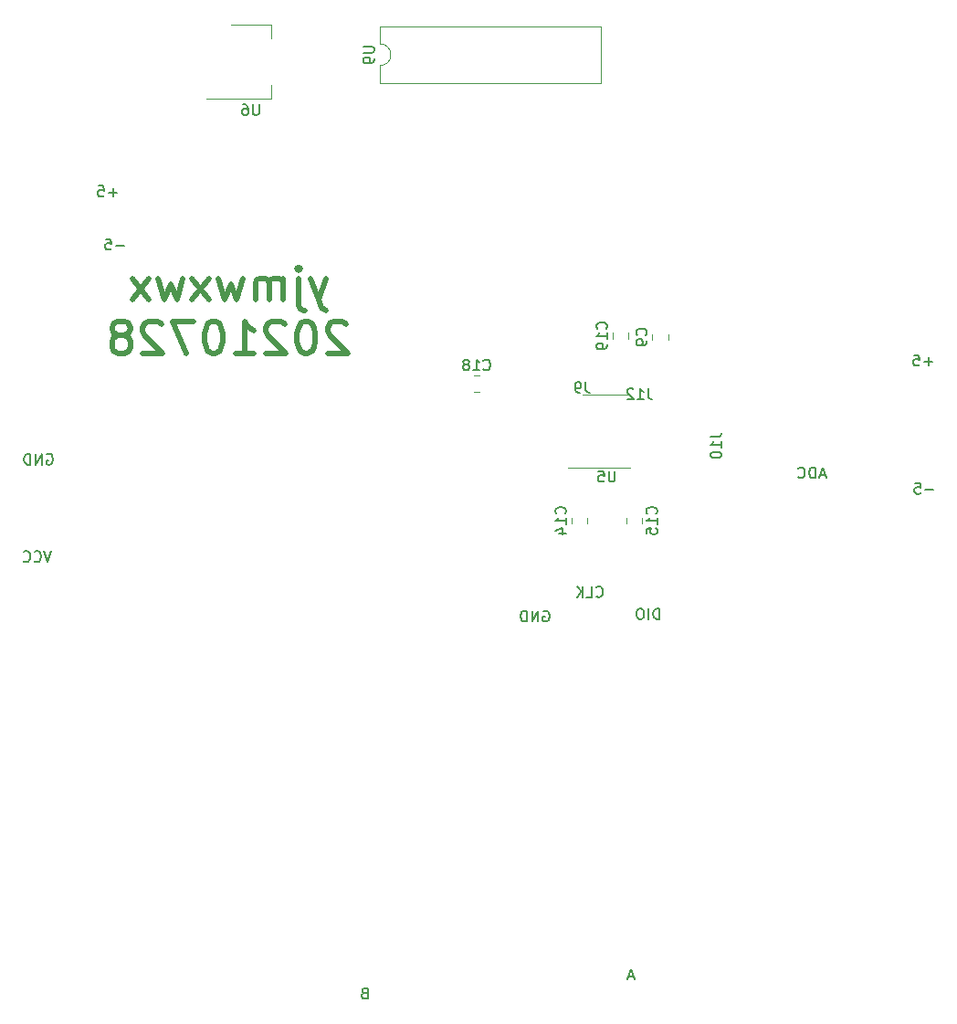
<source format=gbr>
%TF.GenerationSoftware,KiCad,Pcbnew,5.1.8-5.1.8*%
%TF.CreationDate,2021-07-28T16:27:41+08:00*%
%TF.ProjectId,fluxgate,666c7578-6761-4746-952e-6b696361645f,rev?*%
%TF.SameCoordinates,Original*%
%TF.FileFunction,Legend,Bot*%
%TF.FilePolarity,Positive*%
%FSLAX46Y46*%
G04 Gerber Fmt 4.6, Leading zero omitted, Abs format (unit mm)*
G04 Created by KiCad (PCBNEW 5.1.8-5.1.8) date 2021-07-28 16:27:41*
%MOMM*%
%LPD*%
G01*
G04 APERTURE LIST*
%ADD10C,0.150000*%
%ADD11C,0.500000*%
%ADD12C,0.120000*%
G04 APERTURE END LIST*
D10*
X150412295Y-103719926D02*
X149936104Y-103719926D01*
X150507533Y-104005640D02*
X150174200Y-103005640D01*
X149840866Y-104005640D01*
X149507533Y-104005640D02*
X149507533Y-103005640D01*
X149269438Y-103005640D01*
X149126580Y-103053260D01*
X149031342Y-103148498D01*
X148983723Y-103243736D01*
X148936104Y-103434212D01*
X148936104Y-103577069D01*
X148983723Y-103767545D01*
X149031342Y-103862783D01*
X149126580Y-103958021D01*
X149269438Y-104005640D01*
X149507533Y-104005640D01*
X147936104Y-103910402D02*
X147983723Y-103958021D01*
X148126580Y-104005640D01*
X148221819Y-104005640D01*
X148364676Y-103958021D01*
X148459914Y-103862783D01*
X148507533Y-103767545D01*
X148555152Y-103577069D01*
X148555152Y-103434212D01*
X148507533Y-103243736D01*
X148459914Y-103148498D01*
X148364676Y-103053260D01*
X148221819Y-103005640D01*
X148126580Y-103005640D01*
X147983723Y-103053260D01*
X147936104Y-103100879D01*
X160473282Y-105082648D02*
X159711378Y-105082648D01*
X158758997Y-104463600D02*
X159235187Y-104463600D01*
X159282806Y-104939791D01*
X159235187Y-104892172D01*
X159139949Y-104844553D01*
X158901854Y-104844553D01*
X158806616Y-104892172D01*
X158758997Y-104939791D01*
X158711378Y-105035029D01*
X158711378Y-105273124D01*
X158758997Y-105368362D01*
X158806616Y-105415981D01*
X158901854Y-105463600D01*
X159139949Y-105463600D01*
X159235187Y-105415981D01*
X159282806Y-105368362D01*
X160369142Y-93220848D02*
X159607238Y-93220848D01*
X159988190Y-93601800D02*
X159988190Y-92839896D01*
X158654857Y-92601800D02*
X159131047Y-92601800D01*
X159178666Y-93077991D01*
X159131047Y-93030372D01*
X159035809Y-92982753D01*
X158797714Y-92982753D01*
X158702476Y-93030372D01*
X158654857Y-93077991D01*
X158607238Y-93173229D01*
X158607238Y-93411324D01*
X158654857Y-93506562D01*
X158702476Y-93554181D01*
X158797714Y-93601800D01*
X159035809Y-93601800D01*
X159131047Y-93554181D01*
X159178666Y-93506562D01*
X84763502Y-77533808D02*
X84001598Y-77533808D01*
X84382550Y-77914760D02*
X84382550Y-77152856D01*
X83049217Y-76914760D02*
X83525407Y-76914760D01*
X83573026Y-77390951D01*
X83525407Y-77343332D01*
X83430169Y-77295713D01*
X83192074Y-77295713D01*
X83096836Y-77343332D01*
X83049217Y-77390951D01*
X83001598Y-77486189D01*
X83001598Y-77724284D01*
X83049217Y-77819522D01*
X83096836Y-77867141D01*
X83192074Y-77914760D01*
X83430169Y-77914760D01*
X83525407Y-77867141D01*
X83573026Y-77819522D01*
X85444222Y-82458868D02*
X84682318Y-82458868D01*
X83729937Y-81839820D02*
X84206127Y-81839820D01*
X84253746Y-82316011D01*
X84206127Y-82268392D01*
X84110889Y-82220773D01*
X83872794Y-82220773D01*
X83777556Y-82268392D01*
X83729937Y-82316011D01*
X83682318Y-82411249D01*
X83682318Y-82649344D01*
X83729937Y-82744582D01*
X83777556Y-82792201D01*
X83872794Y-82839820D01*
X84110889Y-82839820D01*
X84206127Y-82792201D01*
X84253746Y-82744582D01*
X124294804Y-116345080D02*
X124390042Y-116297460D01*
X124532900Y-116297460D01*
X124675757Y-116345080D01*
X124770995Y-116440318D01*
X124818614Y-116535556D01*
X124866233Y-116726032D01*
X124866233Y-116868889D01*
X124818614Y-117059365D01*
X124770995Y-117154603D01*
X124675757Y-117249841D01*
X124532900Y-117297460D01*
X124437661Y-117297460D01*
X124294804Y-117249841D01*
X124247185Y-117202222D01*
X124247185Y-116868889D01*
X124437661Y-116868889D01*
X123818614Y-117297460D02*
X123818614Y-116297460D01*
X123247185Y-117297460D01*
X123247185Y-116297460D01*
X122770995Y-117297460D02*
X122770995Y-116297460D01*
X122532900Y-116297460D01*
X122390042Y-116345080D01*
X122294804Y-116440318D01*
X122247185Y-116535556D01*
X122199566Y-116726032D01*
X122199566Y-116868889D01*
X122247185Y-117059365D01*
X122294804Y-117154603D01*
X122390042Y-117249841D01*
X122532900Y-117297460D01*
X122770995Y-117297460D01*
X129220838Y-114944162D02*
X129268457Y-114991781D01*
X129411314Y-115039400D01*
X129506552Y-115039400D01*
X129649409Y-114991781D01*
X129744647Y-114896543D01*
X129792266Y-114801305D01*
X129839885Y-114610829D01*
X129839885Y-114467972D01*
X129792266Y-114277496D01*
X129744647Y-114182258D01*
X129649409Y-114087020D01*
X129506552Y-114039400D01*
X129411314Y-114039400D01*
X129268457Y-114087020D01*
X129220838Y-114134639D01*
X128316076Y-115039400D02*
X128792266Y-115039400D01*
X128792266Y-114039400D01*
X127982742Y-115039400D02*
X127982742Y-114039400D01*
X127411314Y-115039400D02*
X127839885Y-114467972D01*
X127411314Y-114039400D02*
X127982742Y-114610829D01*
X135054529Y-117084100D02*
X135054529Y-116084100D01*
X134816434Y-116084100D01*
X134673577Y-116131720D01*
X134578339Y-116226958D01*
X134530720Y-116322196D01*
X134483100Y-116512672D01*
X134483100Y-116655529D01*
X134530720Y-116846005D01*
X134578339Y-116941243D01*
X134673577Y-117036481D01*
X134816434Y-117084100D01*
X135054529Y-117084100D01*
X134054529Y-117084100D02*
X134054529Y-116084100D01*
X133387862Y-116084100D02*
X133197386Y-116084100D01*
X133102148Y-116131720D01*
X133006910Y-116226958D01*
X132959291Y-116417434D01*
X132959291Y-116750767D01*
X133006910Y-116941243D01*
X133102148Y-117036481D01*
X133197386Y-117084100D01*
X133387862Y-117084100D01*
X133483100Y-117036481D01*
X133578339Y-116941243D01*
X133625958Y-116750767D01*
X133625958Y-116417434D01*
X133578339Y-116226958D01*
X133483100Y-116131720D01*
X133387862Y-116084100D01*
X132663535Y-150207006D02*
X132187344Y-150207006D01*
X132758773Y-150492720D02*
X132425440Y-149492720D01*
X132092106Y-150492720D01*
X107695691Y-151746911D02*
X107552834Y-151794530D01*
X107505215Y-151842149D01*
X107457596Y-151937387D01*
X107457596Y-152080244D01*
X107505215Y-152175482D01*
X107552834Y-152223101D01*
X107648072Y-152270720D01*
X108029024Y-152270720D01*
X108029024Y-151270720D01*
X107695691Y-151270720D01*
X107600453Y-151318340D01*
X107552834Y-151365959D01*
X107505215Y-151461197D01*
X107505215Y-151556435D01*
X107552834Y-151651673D01*
X107600453Y-151699292D01*
X107695691Y-151746911D01*
X108029024Y-151746911D01*
X78257304Y-101806120D02*
X78352542Y-101758500D01*
X78495400Y-101758500D01*
X78638257Y-101806120D01*
X78733495Y-101901358D01*
X78781114Y-101996596D01*
X78828733Y-102187072D01*
X78828733Y-102329929D01*
X78781114Y-102520405D01*
X78733495Y-102615643D01*
X78638257Y-102710881D01*
X78495400Y-102758500D01*
X78400161Y-102758500D01*
X78257304Y-102710881D01*
X78209685Y-102663262D01*
X78209685Y-102329929D01*
X78400161Y-102329929D01*
X77781114Y-102758500D02*
X77781114Y-101758500D01*
X77209685Y-102758500D01*
X77209685Y-101758500D01*
X76733495Y-102758500D02*
X76733495Y-101758500D01*
X76495400Y-101758500D01*
X76352542Y-101806120D01*
X76257304Y-101901358D01*
X76209685Y-101996596D01*
X76162066Y-102187072D01*
X76162066Y-102329929D01*
X76209685Y-102520405D01*
X76257304Y-102615643D01*
X76352542Y-102710881D01*
X76495400Y-102758500D01*
X76733495Y-102758500D01*
X78683953Y-110772960D02*
X78350620Y-111772960D01*
X78017286Y-110772960D01*
X77112524Y-111677722D02*
X77160143Y-111725341D01*
X77303000Y-111772960D01*
X77398239Y-111772960D01*
X77541096Y-111725341D01*
X77636334Y-111630103D01*
X77683953Y-111534865D01*
X77731572Y-111344389D01*
X77731572Y-111201532D01*
X77683953Y-111011056D01*
X77636334Y-110915818D01*
X77541096Y-110820580D01*
X77398239Y-110772960D01*
X77303000Y-110772960D01*
X77160143Y-110820580D01*
X77112524Y-110868199D01*
X76112524Y-111677722D02*
X76160143Y-111725341D01*
X76303000Y-111772960D01*
X76398239Y-111772960D01*
X76541096Y-111725341D01*
X76636334Y-111630103D01*
X76683953Y-111534865D01*
X76731572Y-111344389D01*
X76731572Y-111201532D01*
X76683953Y-111011056D01*
X76636334Y-110915818D01*
X76541096Y-110820580D01*
X76398239Y-110772960D01*
X76303000Y-110772960D01*
X76160143Y-110820580D01*
X76112524Y-110868199D01*
D11*
X104170000Y-85477142D02*
X103455714Y-87477142D01*
X102741428Y-85477142D02*
X103455714Y-87477142D01*
X103741428Y-88191428D01*
X103884285Y-88334285D01*
X104170000Y-88477142D01*
X101598571Y-85477142D02*
X101598571Y-88048571D01*
X101741428Y-88334285D01*
X102027142Y-88477142D01*
X102170000Y-88477142D01*
X101598571Y-84477142D02*
X101741428Y-84620000D01*
X101598571Y-84762857D01*
X101455714Y-84620000D01*
X101598571Y-84477142D01*
X101598571Y-84762857D01*
X100170000Y-87477142D02*
X100170000Y-85477142D01*
X100170000Y-85762857D02*
X100027142Y-85620000D01*
X99741428Y-85477142D01*
X99312857Y-85477142D01*
X99027142Y-85620000D01*
X98884285Y-85905714D01*
X98884285Y-87477142D01*
X98884285Y-85905714D02*
X98741428Y-85620000D01*
X98455714Y-85477142D01*
X98027142Y-85477142D01*
X97741428Y-85620000D01*
X97598571Y-85905714D01*
X97598571Y-87477142D01*
X96455714Y-85477142D02*
X95884285Y-87477142D01*
X95312857Y-86048571D01*
X94741428Y-87477142D01*
X94170000Y-85477142D01*
X93312857Y-87477142D02*
X91741428Y-85477142D01*
X93312857Y-85477142D02*
X91741428Y-87477142D01*
X90884285Y-85477142D02*
X90312857Y-87477142D01*
X89741428Y-86048571D01*
X89170000Y-87477142D01*
X88598571Y-85477142D01*
X87741428Y-87477142D02*
X86170000Y-85477142D01*
X87741428Y-85477142D02*
X86170000Y-87477142D01*
X106027142Y-89762857D02*
X105884285Y-89620000D01*
X105598571Y-89477142D01*
X104884285Y-89477142D01*
X104598571Y-89620000D01*
X104455714Y-89762857D01*
X104312857Y-90048571D01*
X104312857Y-90334285D01*
X104455714Y-90762857D01*
X106170000Y-92477142D01*
X104312857Y-92477142D01*
X102455714Y-89477142D02*
X102170000Y-89477142D01*
X101884285Y-89620000D01*
X101741428Y-89762857D01*
X101598571Y-90048571D01*
X101455714Y-90620000D01*
X101455714Y-91334285D01*
X101598571Y-91905714D01*
X101741428Y-92191428D01*
X101884285Y-92334285D01*
X102170000Y-92477142D01*
X102455714Y-92477142D01*
X102741428Y-92334285D01*
X102884285Y-92191428D01*
X103027142Y-91905714D01*
X103170000Y-91334285D01*
X103170000Y-90620000D01*
X103027142Y-90048571D01*
X102884285Y-89762857D01*
X102741428Y-89620000D01*
X102455714Y-89477142D01*
X100312857Y-89762857D02*
X100170000Y-89620000D01*
X99884285Y-89477142D01*
X99170000Y-89477142D01*
X98884285Y-89620000D01*
X98741428Y-89762857D01*
X98598571Y-90048571D01*
X98598571Y-90334285D01*
X98741428Y-90762857D01*
X100455714Y-92477142D01*
X98598571Y-92477142D01*
X95741428Y-92477142D02*
X97455714Y-92477142D01*
X96598571Y-92477142D02*
X96598571Y-89477142D01*
X96884285Y-89905714D01*
X97170000Y-90191428D01*
X97455714Y-90334285D01*
X93884285Y-89477142D02*
X93598571Y-89477142D01*
X93312857Y-89620000D01*
X93170000Y-89762857D01*
X93027142Y-90048571D01*
X92884285Y-90620000D01*
X92884285Y-91334285D01*
X93027142Y-91905714D01*
X93170000Y-92191428D01*
X93312857Y-92334285D01*
X93598571Y-92477142D01*
X93884285Y-92477142D01*
X94170000Y-92334285D01*
X94312857Y-92191428D01*
X94455714Y-91905714D01*
X94598571Y-91334285D01*
X94598571Y-90620000D01*
X94455714Y-90048571D01*
X94312857Y-89762857D01*
X94170000Y-89620000D01*
X93884285Y-89477142D01*
X91884285Y-89477142D02*
X89884285Y-89477142D01*
X91170000Y-92477142D01*
X88884285Y-89762857D02*
X88741428Y-89620000D01*
X88455714Y-89477142D01*
X87741428Y-89477142D01*
X87455714Y-89620000D01*
X87312857Y-89762857D01*
X87170000Y-90048571D01*
X87170000Y-90334285D01*
X87312857Y-90762857D01*
X89027142Y-92477142D01*
X87170000Y-92477142D01*
X85455714Y-90762857D02*
X85741428Y-90620000D01*
X85884285Y-90477142D01*
X86027142Y-90191428D01*
X86027142Y-90048571D01*
X85884285Y-89762857D01*
X85741428Y-89620000D01*
X85455714Y-89477142D01*
X84884285Y-89477142D01*
X84598571Y-89620000D01*
X84455714Y-89762857D01*
X84312857Y-90048571D01*
X84312857Y-90191428D01*
X84455714Y-90477142D01*
X84598571Y-90620000D01*
X84884285Y-90762857D01*
X85455714Y-90762857D01*
X85741428Y-90905714D01*
X85884285Y-91048571D01*
X86027142Y-91334285D01*
X86027142Y-91905714D01*
X85884285Y-92191428D01*
X85741428Y-92334285D01*
X85455714Y-92477142D01*
X84884285Y-92477142D01*
X84598571Y-92334285D01*
X84455714Y-92191428D01*
X84312857Y-91905714D01*
X84312857Y-91334285D01*
X84455714Y-91048571D01*
X84598571Y-90905714D01*
X84884285Y-90762857D01*
D12*
%TO.C,U9*%
X109160000Y-63770000D02*
X109160000Y-62120000D01*
X109160000Y-62120000D02*
X129600000Y-62120000D01*
X129600000Y-62120000D02*
X129600000Y-67420000D01*
X129600000Y-67420000D02*
X109160000Y-67420000D01*
X109160000Y-67420000D02*
X109160000Y-65770000D01*
X109160000Y-65770000D02*
G75*
G03*
X109160000Y-63770000I0J1000000D01*
G01*
%TO.C,U6*%
X99090000Y-61995000D02*
X99090000Y-63255000D01*
X99090000Y-68815000D02*
X99090000Y-67555000D01*
X95330000Y-61995000D02*
X99090000Y-61995000D01*
X93080000Y-68815000D02*
X99090000Y-68815000D01*
%TO.C,U5*%
X130175000Y-96310000D02*
X132375000Y-96310000D01*
X130175000Y-96310000D02*
X127975000Y-96310000D01*
X130175000Y-103080000D02*
X132375000Y-103080000D01*
X130175000Y-103080000D02*
X126575000Y-103080000D01*
%TO.C,C19*%
X130710000Y-90543748D02*
X130710000Y-91066252D01*
X132180000Y-90543748D02*
X132180000Y-91066252D01*
%TO.C,C18*%
X118371252Y-94515000D02*
X117848748Y-94515000D01*
X118371252Y-95985000D02*
X117848748Y-95985000D01*
%TO.C,C15*%
X133450000Y-108211252D02*
X133450000Y-107688748D01*
X131980000Y-108211252D02*
X131980000Y-107688748D01*
%TO.C,C14*%
X126900000Y-107688748D02*
X126900000Y-108211252D01*
X128370000Y-107688748D02*
X128370000Y-108211252D01*
%TO.C,C9*%
X134393000Y-90670748D02*
X134393000Y-91193252D01*
X135863000Y-90670748D02*
X135863000Y-91193252D01*
%TO.C,J12*%
D10*
X134009523Y-95692380D02*
X134009523Y-96406666D01*
X134057142Y-96549523D01*
X134152380Y-96644761D01*
X134295238Y-96692380D01*
X134390476Y-96692380D01*
X133009523Y-96692380D02*
X133580952Y-96692380D01*
X133295238Y-96692380D02*
X133295238Y-95692380D01*
X133390476Y-95835238D01*
X133485714Y-95930476D01*
X133580952Y-95978095D01*
X132628571Y-95787619D02*
X132580952Y-95740000D01*
X132485714Y-95692380D01*
X132247619Y-95692380D01*
X132152380Y-95740000D01*
X132104761Y-95787619D01*
X132057142Y-95882857D01*
X132057142Y-95978095D01*
X132104761Y-96120952D01*
X132676190Y-96692380D01*
X132057142Y-96692380D01*
%TO.C,J10*%
X139792380Y-100190476D02*
X140506666Y-100190476D01*
X140649523Y-100142857D01*
X140744761Y-100047619D01*
X140792380Y-99904761D01*
X140792380Y-99809523D01*
X140792380Y-101190476D02*
X140792380Y-100619047D01*
X140792380Y-100904761D02*
X139792380Y-100904761D01*
X139935238Y-100809523D01*
X140030476Y-100714285D01*
X140078095Y-100619047D01*
X139792380Y-101809523D02*
X139792380Y-101904761D01*
X139840000Y-102000000D01*
X139887619Y-102047619D01*
X139982857Y-102095238D01*
X140173333Y-102142857D01*
X140411428Y-102142857D01*
X140601904Y-102095238D01*
X140697142Y-102047619D01*
X140744761Y-102000000D01*
X140792380Y-101904761D01*
X140792380Y-101809523D01*
X140744761Y-101714285D01*
X140697142Y-101666666D01*
X140601904Y-101619047D01*
X140411428Y-101571428D01*
X140173333Y-101571428D01*
X139982857Y-101619047D01*
X139887619Y-101666666D01*
X139840000Y-101714285D01*
X139792380Y-101809523D01*
%TO.C,J9*%
X128233333Y-95092380D02*
X128233333Y-95806666D01*
X128280952Y-95949523D01*
X128376190Y-96044761D01*
X128519047Y-96092380D01*
X128614285Y-96092380D01*
X127709523Y-96092380D02*
X127519047Y-96092380D01*
X127423809Y-96044761D01*
X127376190Y-95997142D01*
X127280952Y-95854285D01*
X127233333Y-95663809D01*
X127233333Y-95282857D01*
X127280952Y-95187619D01*
X127328571Y-95140000D01*
X127423809Y-95092380D01*
X127614285Y-95092380D01*
X127709523Y-95140000D01*
X127757142Y-95187619D01*
X127804761Y-95282857D01*
X127804761Y-95520952D01*
X127757142Y-95616190D01*
X127709523Y-95663809D01*
X127614285Y-95711428D01*
X127423809Y-95711428D01*
X127328571Y-95663809D01*
X127280952Y-95616190D01*
X127233333Y-95520952D01*
%TO.C,U9*%
X107612380Y-64008095D02*
X108421904Y-64008095D01*
X108517142Y-64055714D01*
X108564761Y-64103333D01*
X108612380Y-64198571D01*
X108612380Y-64389047D01*
X108564761Y-64484285D01*
X108517142Y-64531904D01*
X108421904Y-64579523D01*
X107612380Y-64579523D01*
X108612380Y-65103333D02*
X108612380Y-65293809D01*
X108564761Y-65389047D01*
X108517142Y-65436666D01*
X108374285Y-65531904D01*
X108183809Y-65579523D01*
X107802857Y-65579523D01*
X107707619Y-65531904D01*
X107660000Y-65484285D01*
X107612380Y-65389047D01*
X107612380Y-65198571D01*
X107660000Y-65103333D01*
X107707619Y-65055714D01*
X107802857Y-65008095D01*
X108040952Y-65008095D01*
X108136190Y-65055714D01*
X108183809Y-65103333D01*
X108231428Y-65198571D01*
X108231428Y-65389047D01*
X108183809Y-65484285D01*
X108136190Y-65531904D01*
X108040952Y-65579523D01*
%TO.C,U6*%
X97941904Y-69357380D02*
X97941904Y-70166904D01*
X97894285Y-70262142D01*
X97846666Y-70309761D01*
X97751428Y-70357380D01*
X97560952Y-70357380D01*
X97465714Y-70309761D01*
X97418095Y-70262142D01*
X97370476Y-70166904D01*
X97370476Y-69357380D01*
X96465714Y-69357380D02*
X96656190Y-69357380D01*
X96751428Y-69405000D01*
X96799047Y-69452619D01*
X96894285Y-69595476D01*
X96941904Y-69785952D01*
X96941904Y-70166904D01*
X96894285Y-70262142D01*
X96846666Y-70309761D01*
X96751428Y-70357380D01*
X96560952Y-70357380D01*
X96465714Y-70309761D01*
X96418095Y-70262142D01*
X96370476Y-70166904D01*
X96370476Y-69928809D01*
X96418095Y-69833571D01*
X96465714Y-69785952D01*
X96560952Y-69738333D01*
X96751428Y-69738333D01*
X96846666Y-69785952D01*
X96894285Y-69833571D01*
X96941904Y-69928809D01*
%TO.C,U5*%
X130936904Y-103347380D02*
X130936904Y-104156904D01*
X130889285Y-104252142D01*
X130841666Y-104299761D01*
X130746428Y-104347380D01*
X130555952Y-104347380D01*
X130460714Y-104299761D01*
X130413095Y-104252142D01*
X130365476Y-104156904D01*
X130365476Y-103347380D01*
X129413095Y-103347380D02*
X129889285Y-103347380D01*
X129936904Y-103823571D01*
X129889285Y-103775952D01*
X129794047Y-103728333D01*
X129555952Y-103728333D01*
X129460714Y-103775952D01*
X129413095Y-103823571D01*
X129365476Y-103918809D01*
X129365476Y-104156904D01*
X129413095Y-104252142D01*
X129460714Y-104299761D01*
X129555952Y-104347380D01*
X129794047Y-104347380D01*
X129889285Y-104299761D01*
X129936904Y-104252142D01*
%TO.C,C19*%
X130122142Y-90162142D02*
X130169761Y-90114523D01*
X130217380Y-89971666D01*
X130217380Y-89876428D01*
X130169761Y-89733571D01*
X130074523Y-89638333D01*
X129979285Y-89590714D01*
X129788809Y-89543095D01*
X129645952Y-89543095D01*
X129455476Y-89590714D01*
X129360238Y-89638333D01*
X129265000Y-89733571D01*
X129217380Y-89876428D01*
X129217380Y-89971666D01*
X129265000Y-90114523D01*
X129312619Y-90162142D01*
X130217380Y-91114523D02*
X130217380Y-90543095D01*
X130217380Y-90828809D02*
X129217380Y-90828809D01*
X129360238Y-90733571D01*
X129455476Y-90638333D01*
X129503095Y-90543095D01*
X130217380Y-91590714D02*
X130217380Y-91781190D01*
X130169761Y-91876428D01*
X130122142Y-91924047D01*
X129979285Y-92019285D01*
X129788809Y-92066904D01*
X129407857Y-92066904D01*
X129312619Y-92019285D01*
X129265000Y-91971666D01*
X129217380Y-91876428D01*
X129217380Y-91685952D01*
X129265000Y-91590714D01*
X129312619Y-91543095D01*
X129407857Y-91495476D01*
X129645952Y-91495476D01*
X129741190Y-91543095D01*
X129788809Y-91590714D01*
X129836428Y-91685952D01*
X129836428Y-91876428D01*
X129788809Y-91971666D01*
X129741190Y-92019285D01*
X129645952Y-92066904D01*
%TO.C,C18*%
X118752857Y-93927142D02*
X118800476Y-93974761D01*
X118943333Y-94022380D01*
X119038571Y-94022380D01*
X119181428Y-93974761D01*
X119276666Y-93879523D01*
X119324285Y-93784285D01*
X119371904Y-93593809D01*
X119371904Y-93450952D01*
X119324285Y-93260476D01*
X119276666Y-93165238D01*
X119181428Y-93070000D01*
X119038571Y-93022380D01*
X118943333Y-93022380D01*
X118800476Y-93070000D01*
X118752857Y-93117619D01*
X117800476Y-94022380D02*
X118371904Y-94022380D01*
X118086190Y-94022380D02*
X118086190Y-93022380D01*
X118181428Y-93165238D01*
X118276666Y-93260476D01*
X118371904Y-93308095D01*
X117229047Y-93450952D02*
X117324285Y-93403333D01*
X117371904Y-93355714D01*
X117419523Y-93260476D01*
X117419523Y-93212857D01*
X117371904Y-93117619D01*
X117324285Y-93070000D01*
X117229047Y-93022380D01*
X117038571Y-93022380D01*
X116943333Y-93070000D01*
X116895714Y-93117619D01*
X116848095Y-93212857D01*
X116848095Y-93260476D01*
X116895714Y-93355714D01*
X116943333Y-93403333D01*
X117038571Y-93450952D01*
X117229047Y-93450952D01*
X117324285Y-93498571D01*
X117371904Y-93546190D01*
X117419523Y-93641428D01*
X117419523Y-93831904D01*
X117371904Y-93927142D01*
X117324285Y-93974761D01*
X117229047Y-94022380D01*
X117038571Y-94022380D01*
X116943333Y-93974761D01*
X116895714Y-93927142D01*
X116848095Y-93831904D01*
X116848095Y-93641428D01*
X116895714Y-93546190D01*
X116943333Y-93498571D01*
X117038571Y-93450952D01*
%TO.C,C15*%
X134752142Y-107307142D02*
X134799761Y-107259523D01*
X134847380Y-107116666D01*
X134847380Y-107021428D01*
X134799761Y-106878571D01*
X134704523Y-106783333D01*
X134609285Y-106735714D01*
X134418809Y-106688095D01*
X134275952Y-106688095D01*
X134085476Y-106735714D01*
X133990238Y-106783333D01*
X133895000Y-106878571D01*
X133847380Y-107021428D01*
X133847380Y-107116666D01*
X133895000Y-107259523D01*
X133942619Y-107307142D01*
X134847380Y-108259523D02*
X134847380Y-107688095D01*
X134847380Y-107973809D02*
X133847380Y-107973809D01*
X133990238Y-107878571D01*
X134085476Y-107783333D01*
X134133095Y-107688095D01*
X133847380Y-109164285D02*
X133847380Y-108688095D01*
X134323571Y-108640476D01*
X134275952Y-108688095D01*
X134228333Y-108783333D01*
X134228333Y-109021428D01*
X134275952Y-109116666D01*
X134323571Y-109164285D01*
X134418809Y-109211904D01*
X134656904Y-109211904D01*
X134752142Y-109164285D01*
X134799761Y-109116666D01*
X134847380Y-109021428D01*
X134847380Y-108783333D01*
X134799761Y-108688095D01*
X134752142Y-108640476D01*
%TO.C,C14*%
X126312142Y-107307142D02*
X126359761Y-107259523D01*
X126407380Y-107116666D01*
X126407380Y-107021428D01*
X126359761Y-106878571D01*
X126264523Y-106783333D01*
X126169285Y-106735714D01*
X125978809Y-106688095D01*
X125835952Y-106688095D01*
X125645476Y-106735714D01*
X125550238Y-106783333D01*
X125455000Y-106878571D01*
X125407380Y-107021428D01*
X125407380Y-107116666D01*
X125455000Y-107259523D01*
X125502619Y-107307142D01*
X126407380Y-108259523D02*
X126407380Y-107688095D01*
X126407380Y-107973809D02*
X125407380Y-107973809D01*
X125550238Y-107878571D01*
X125645476Y-107783333D01*
X125693095Y-107688095D01*
X125740714Y-109116666D02*
X126407380Y-109116666D01*
X125359761Y-108878571D02*
X126074047Y-108640476D01*
X126074047Y-109259523D01*
%TO.C,C9*%
X133805142Y-90765333D02*
X133852761Y-90717714D01*
X133900380Y-90574857D01*
X133900380Y-90479619D01*
X133852761Y-90336761D01*
X133757523Y-90241523D01*
X133662285Y-90193904D01*
X133471809Y-90146285D01*
X133328952Y-90146285D01*
X133138476Y-90193904D01*
X133043238Y-90241523D01*
X132948000Y-90336761D01*
X132900380Y-90479619D01*
X132900380Y-90574857D01*
X132948000Y-90717714D01*
X132995619Y-90765333D01*
X133900380Y-91241523D02*
X133900380Y-91432000D01*
X133852761Y-91527238D01*
X133805142Y-91574857D01*
X133662285Y-91670095D01*
X133471809Y-91717714D01*
X133090857Y-91717714D01*
X132995619Y-91670095D01*
X132948000Y-91622476D01*
X132900380Y-91527238D01*
X132900380Y-91336761D01*
X132948000Y-91241523D01*
X132995619Y-91193904D01*
X133090857Y-91146285D01*
X133328952Y-91146285D01*
X133424190Y-91193904D01*
X133471809Y-91241523D01*
X133519428Y-91336761D01*
X133519428Y-91527238D01*
X133471809Y-91622476D01*
X133424190Y-91670095D01*
X133328952Y-91717714D01*
%TD*%
M02*

</source>
